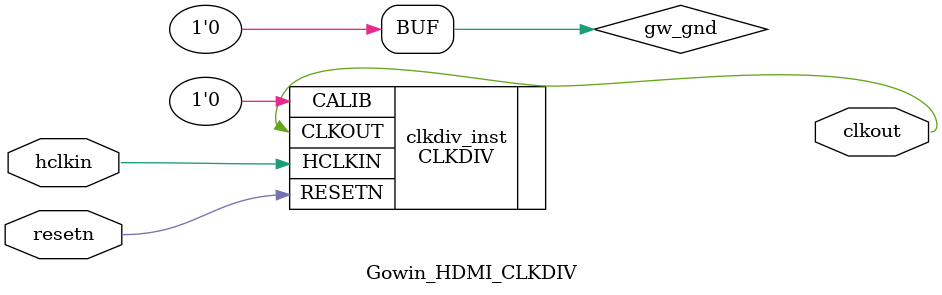
<source format=v>

module Gowin_HDMI_CLKDIV (clkout, hclkin, resetn);

output clkout;
input hclkin;
input resetn;

wire gw_gnd;

assign gw_gnd = 1'b0;

CLKDIV clkdiv_inst (
    .CLKOUT(clkout),
    .HCLKIN(hclkin),
    .RESETN(resetn),
    .CALIB(gw_gnd)
);

defparam clkdiv_inst.DIV_MODE = "5";
defparam clkdiv_inst.GSREN = "false";

endmodule //Gowin_HDMI_CLKDIV

</source>
